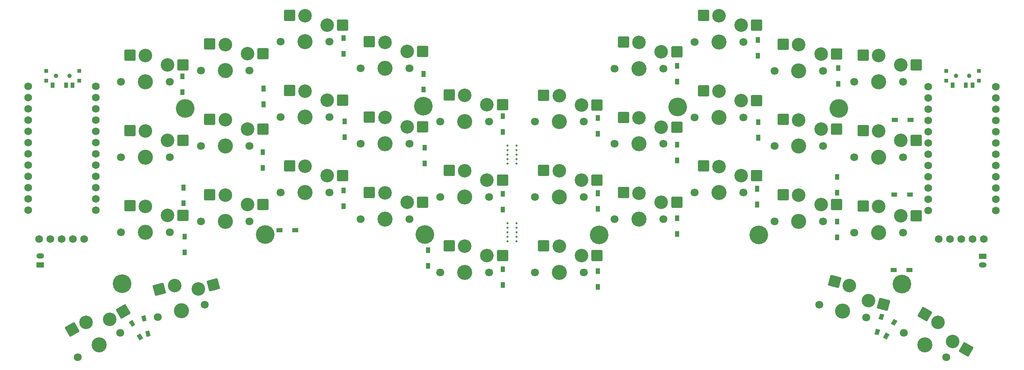
<source format=gbr>
%TF.GenerationSoftware,KiCad,Pcbnew,7.0.6*%
%TF.CreationDate,2024-11-05T18:23:53-06:00*%
%TF.ProjectId,main,6d61696e-2e6b-4696-9361-645f70636258,rev?*%
%TF.SameCoordinates,Original*%
%TF.FileFunction,Soldermask,Bot*%
%TF.FilePolarity,Negative*%
%FSLAX46Y46*%
G04 Gerber Fmt 4.6, Leading zero omitted, Abs format (unit mm)*
G04 Created by KiCad (PCBNEW 7.0.6) date 2024-11-05 18:23:53*
%MOMM*%
%LPD*%
G01*
G04 APERTURE LIST*
G04 Aperture macros list*
%AMRoundRect*
0 Rectangle with rounded corners*
0 $1 Rounding radius*
0 $2 $3 $4 $5 $6 $7 $8 $9 X,Y pos of 4 corners*
0 Add a 4 corners polygon primitive as box body*
4,1,4,$2,$3,$4,$5,$6,$7,$8,$9,$2,$3,0*
0 Add four circle primitives for the rounded corners*
1,1,$1+$1,$2,$3*
1,1,$1+$1,$4,$5*
1,1,$1+$1,$6,$7*
1,1,$1+$1,$8,$9*
0 Add four rect primitives between the rounded corners*
20,1,$1+$1,$2,$3,$4,$5,0*
20,1,$1+$1,$4,$5,$6,$7,0*
20,1,$1+$1,$6,$7,$8,$9,0*
20,1,$1+$1,$8,$9,$2,$3,0*%
G04 Aperture macros list end*
%ADD10C,0.100000*%
%ADD11C,1.800000*%
%ADD12C,3.050000*%
%ADD13C,3.400000*%
%ADD14RoundRect,0.250000X-1.025000X-1.000000X1.025000X-1.000000X1.025000X1.000000X-1.025000X1.000000X0*%
%ADD15C,4.200000*%
%ADD16C,1.752600*%
%ADD17C,0.500000*%
%ADD18RoundRect,0.250000X-0.625000X0.350000X-0.625000X-0.350000X0.625000X-0.350000X0.625000X0.350000X0*%
%ADD19O,1.750000X1.200000*%
%ADD20RoundRect,0.250000X-1.387676X-0.353525X0.387676X-1.378525X1.387676X0.353525X-0.387676X1.378525X0*%
%ADD21RoundRect,0.250000X-0.731255X-1.231215X1.248893X-0.700636X0.731255X1.231215X-1.248893X0.700636X0*%
%ADD22RoundRect,0.250000X0.625000X-0.350000X0.625000X0.350000X-0.625000X0.350000X-0.625000X-0.350000X0*%
%ADD23RoundRect,0.250000X-0.387676X-1.378525X1.387676X-0.353525X0.387676X1.378525X-1.387676X0.353525X0*%
%ADD24RoundRect,0.250000X-1.248893X-0.700636X0.731255X-1.231215X1.248893X0.700636X-0.731255X1.231215X0*%
%ADD25C,1.000000*%
%ADD26R,0.900000X0.900000*%
%ADD27R,0.900000X1.250000*%
G04 APERTURE END LIST*
%TO.C,D19*%
D10*
X72758496Y-39970000D02*
X71908496Y-39970000D01*
X71908496Y-38770000D01*
X72758496Y-38770000D01*
X72758496Y-39970000D01*
G36*
X72758496Y-39970000D02*
G01*
X71908496Y-39970000D01*
X71908496Y-38770000D01*
X72758496Y-38770000D01*
X72758496Y-39970000D01*
G37*
X72758496Y-36420000D02*
X71908496Y-36420000D01*
X71908496Y-35220000D01*
X72758496Y-35220000D01*
X72758496Y-36420000D01*
G36*
X72758496Y-36420000D02*
G01*
X71908496Y-36420000D01*
X71908496Y-35220000D01*
X72758496Y-35220000D01*
X72758496Y-36420000D01*
G37*
%TO.C,D21*%
X108883000Y-36662000D02*
X108033000Y-36662000D01*
X108033000Y-35462000D01*
X108883000Y-35462000D01*
X108883000Y-36662000D01*
G36*
X108883000Y-36662000D02*
G01*
X108033000Y-36662000D01*
X108033000Y-35462000D01*
X108883000Y-35462000D01*
X108883000Y-36662000D01*
G37*
X108883000Y-33112000D02*
X108033000Y-33112000D01*
X108033000Y-31912000D01*
X108883000Y-31912000D01*
X108883000Y-33112000D01*
G36*
X108883000Y-33112000D02*
G01*
X108033000Y-33112000D01*
X108033000Y-31912000D01*
X108883000Y-31912000D01*
X108883000Y-33112000D01*
G37*
%TO.C,D26*%
X109080496Y-53336750D02*
X108230496Y-53336750D01*
X108230496Y-52136750D01*
X109080496Y-52136750D01*
X109080496Y-53336750D01*
G36*
X109080496Y-53336750D02*
G01*
X108230496Y-53336750D01*
X108230496Y-52136750D01*
X109080496Y-52136750D01*
X109080496Y-53336750D01*
G37*
X109080496Y-49786750D02*
X108230496Y-49786750D01*
X108230496Y-48586750D01*
X109080496Y-48586750D01*
X109080496Y-49786750D01*
G36*
X109080496Y-49786750D02*
G01*
X108230496Y-49786750D01*
X108230496Y-48586750D01*
X109080496Y-48586750D01*
X109080496Y-49786750D01*
G37*
%TO.C,D33*%
X45187057Y-92176060D02*
X44450935Y-92601060D01*
X43850935Y-91561830D01*
X44587057Y-91136830D01*
X45187057Y-92176060D01*
G36*
X45187057Y-92176060D02*
G01*
X44450935Y-92601060D01*
X43850935Y-91561830D01*
X44587057Y-91136830D01*
X45187057Y-92176060D01*
G37*
X43412057Y-89101670D02*
X42675935Y-89526670D01*
X42075935Y-88487440D01*
X42812057Y-88062440D01*
X43412057Y-89101670D01*
G36*
X43412057Y-89101670D02*
G01*
X42675935Y-89526670D01*
X42075935Y-88487440D01*
X42812057Y-88062440D01*
X43412057Y-89101670D01*
G37*
%TO.C,D10*%
X215106961Y-60192565D02*
X213906961Y-60192565D01*
X213906961Y-59342565D01*
X215106961Y-59342565D01*
X215106961Y-60192565D01*
G36*
X215106961Y-60192565D02*
G01*
X213906961Y-60192565D01*
X213906961Y-59342565D01*
X215106961Y-59342565D01*
X215106961Y-60192565D01*
G37*
X218656961Y-60192565D02*
X217456961Y-60192565D01*
X217456961Y-59342565D01*
X218656961Y-59342565D01*
X218656961Y-60192565D01*
G36*
X218656961Y-60192565D02*
G01*
X217456961Y-60192565D01*
X217456961Y-59342565D01*
X218656961Y-59342565D01*
X218656961Y-60192565D01*
G37*
%TO.C,D24*%
X72631496Y-54352750D02*
X71781496Y-54352750D01*
X71781496Y-53152750D01*
X72631496Y-53152750D01*
X72631496Y-54352750D01*
G36*
X72631496Y-54352750D02*
G01*
X71781496Y-54352750D01*
X71781496Y-53152750D01*
X72631496Y-53152750D01*
X72631496Y-54352750D01*
G37*
X72631496Y-50802750D02*
X71781496Y-50802750D01*
X71781496Y-49602750D01*
X72631496Y-49602750D01*
X72631496Y-50802750D01*
G36*
X72631496Y-50802750D02*
G01*
X71781496Y-50802750D01*
X71781496Y-49602750D01*
X72631496Y-49602750D01*
X72631496Y-50802750D01*
G37*
%TO.C,D23*%
X54781000Y-62319000D02*
X53931000Y-62319000D01*
X53931000Y-61119000D01*
X54781000Y-61119000D01*
X54781000Y-62319000D01*
G36*
X54781000Y-62319000D02*
G01*
X53931000Y-62319000D01*
X53931000Y-61119000D01*
X54781000Y-61119000D01*
X54781000Y-62319000D01*
G37*
X54781000Y-58769000D02*
X53931000Y-58769000D01*
X53931000Y-57569000D01*
X54781000Y-57569000D01*
X54781000Y-58769000D01*
G36*
X54781000Y-58769000D02*
G01*
X53931000Y-58769000D01*
X53931000Y-57569000D01*
X54781000Y-57569000D01*
X54781000Y-58769000D01*
G37*
%TO.C,D18*%
X54470496Y-37207750D02*
X53620496Y-37207750D01*
X53620496Y-36007750D01*
X54470496Y-36007750D01*
X54470496Y-37207750D01*
G36*
X54470496Y-37207750D02*
G01*
X53620496Y-37207750D01*
X53620496Y-36007750D01*
X54470496Y-36007750D01*
X54470496Y-37207750D01*
G37*
X54470496Y-33657750D02*
X53620496Y-33657750D01*
X53620496Y-32457750D01*
X54470496Y-32457750D01*
X54470496Y-33657750D01*
G36*
X54470496Y-33657750D02*
G01*
X53620496Y-33657750D01*
X53620496Y-32457750D01*
X54470496Y-32457750D01*
X54470496Y-33657750D01*
G37*
%TO.C,D1*%
X148126961Y-46648565D02*
X147276961Y-46648565D01*
X147276961Y-45448565D01*
X148126961Y-45448565D01*
X148126961Y-46648565D01*
G36*
X148126961Y-46648565D02*
G01*
X147276961Y-46648565D01*
X147276961Y-45448565D01*
X148126961Y-45448565D01*
X148126961Y-46648565D01*
G37*
X148126961Y-43098565D02*
X147276961Y-43098565D01*
X147276961Y-41898565D01*
X148126961Y-41898565D01*
X148126961Y-43098565D01*
G36*
X148126961Y-43098565D02*
G01*
X147276961Y-43098565D01*
X147276961Y-41898565D01*
X148126961Y-41898565D01*
X148126961Y-43098565D01*
G37*
%TO.C,D5*%
X215233961Y-43301565D02*
X214033961Y-43301565D01*
X214033961Y-42451565D01*
X215233961Y-42451565D01*
X215233961Y-43301565D01*
G36*
X215233961Y-43301565D02*
G01*
X214033961Y-43301565D01*
X214033961Y-42451565D01*
X215233961Y-42451565D01*
X215233961Y-43301565D01*
G37*
X218783961Y-43301565D02*
X217583961Y-43301565D01*
X217583961Y-42451565D01*
X218783961Y-42451565D01*
X218783961Y-43301565D01*
G36*
X218783961Y-43301565D02*
G01*
X217583961Y-43301565D01*
X217583961Y-42451565D01*
X218783961Y-42451565D01*
X218783961Y-43301565D01*
G37*
%TO.C,D15*%
X214979961Y-77210565D02*
X213779961Y-77210565D01*
X213779961Y-76360565D01*
X214979961Y-76360565D01*
X214979961Y-77210565D01*
G36*
X214979961Y-77210565D02*
G01*
X213779961Y-77210565D01*
X213779961Y-76360565D01*
X214979961Y-76360565D01*
X214979961Y-77210565D01*
G37*
X218529961Y-77210565D02*
X217329961Y-77210565D01*
X217329961Y-76360565D01*
X218529961Y-76360565D01*
X218529961Y-77210565D01*
G36*
X218529961Y-77210565D02*
G01*
X217329961Y-77210565D01*
X217329961Y-76360565D01*
X218529961Y-76360565D01*
X218529961Y-77210565D01*
G37*
%TO.C,D9*%
X202101000Y-59906000D02*
X201251000Y-59906000D01*
X201251000Y-58706000D01*
X202101000Y-58706000D01*
X202101000Y-59906000D01*
G36*
X202101000Y-59906000D02*
G01*
X201251000Y-59906000D01*
X201251000Y-58706000D01*
X202101000Y-58706000D01*
X202101000Y-59906000D01*
G37*
X202101000Y-56356000D02*
X201251000Y-56356000D01*
X201251000Y-55156000D01*
X202101000Y-55156000D01*
X202101000Y-56356000D01*
G36*
X202101000Y-56356000D02*
G01*
X201251000Y-56356000D01*
X201251000Y-55156000D01*
X202101000Y-55156000D01*
X202101000Y-56356000D01*
G37*
%TO.C,D25*%
X91046496Y-47367750D02*
X90196496Y-47367750D01*
X90196496Y-46167750D01*
X91046496Y-46167750D01*
X91046496Y-47367750D01*
G36*
X91046496Y-47367750D02*
G01*
X90196496Y-47367750D01*
X90196496Y-46167750D01*
X91046496Y-46167750D01*
X91046496Y-47367750D01*
G37*
X91046496Y-43817750D02*
X90196496Y-43817750D01*
X90196496Y-42617750D01*
X91046496Y-42617750D01*
X91046496Y-43817750D01*
G36*
X91046496Y-43817750D02*
G01*
X90196496Y-43817750D01*
X90196496Y-42617750D01*
X91046496Y-42617750D01*
X91046496Y-43817750D01*
G37*
%TO.C,D22*%
X126733496Y-46224750D02*
X125883496Y-46224750D01*
X125883496Y-45024750D01*
X126733496Y-45024750D01*
X126733496Y-46224750D01*
G36*
X126733496Y-46224750D02*
G01*
X125883496Y-46224750D01*
X125883496Y-45024750D01*
X126733496Y-45024750D01*
X126733496Y-46224750D01*
G37*
X126733496Y-42674750D02*
X125883496Y-42674750D01*
X125883496Y-41474750D01*
X126733496Y-41474750D01*
X126733496Y-42674750D01*
G36*
X126733496Y-42674750D02*
G01*
X125883496Y-42674750D01*
X125883496Y-41474750D01*
X126733496Y-41474750D01*
X126733496Y-42674750D01*
G37*
%TO.C,D4*%
X202355961Y-35345565D02*
X201505961Y-35345565D01*
X201505961Y-34145565D01*
X202355961Y-34145565D01*
X202355961Y-35345565D01*
G36*
X202355961Y-35345565D02*
G01*
X201505961Y-35345565D01*
X201505961Y-34145565D01*
X202355961Y-34145565D01*
X202355961Y-35345565D01*
G37*
X202355961Y-31795565D02*
X201505961Y-31795565D01*
X201505961Y-30595565D01*
X202355961Y-30595565D01*
X202355961Y-31795565D01*
G36*
X202355961Y-31795565D02*
G01*
X201505961Y-31795565D01*
X201505961Y-30595565D01*
X202355961Y-30595565D01*
X202355961Y-31795565D01*
G37*
%TO.C,D27*%
X126733496Y-63750750D02*
X125883496Y-63750750D01*
X125883496Y-62550750D01*
X126733496Y-62550750D01*
X126733496Y-63750750D01*
G36*
X126733496Y-63750750D02*
G01*
X125883496Y-63750750D01*
X125883496Y-62550750D01*
X126733496Y-62550750D01*
X126733496Y-63750750D01*
G37*
X126733496Y-60200750D02*
X125883496Y-60200750D01*
X125883496Y-59000750D01*
X126733496Y-59000750D01*
X126733496Y-60200750D01*
G36*
X126733496Y-60200750D02*
G01*
X125883496Y-60200750D01*
X125883496Y-59000750D01*
X126733496Y-59000750D01*
X126733496Y-60200750D01*
G37*
%TO.C,D32*%
X126733496Y-80768750D02*
X125883496Y-80768750D01*
X125883496Y-79568750D01*
X126733496Y-79568750D01*
X126733496Y-80768750D01*
G36*
X126733496Y-80768750D02*
G01*
X125883496Y-80768750D01*
X125883496Y-79568750D01*
X126733496Y-79568750D01*
X126733496Y-80768750D01*
G37*
X126733496Y-77218750D02*
X125883496Y-77218750D01*
X125883496Y-76018750D01*
X126733496Y-76018750D01*
X126733496Y-77218750D01*
G36*
X126733496Y-77218750D02*
G01*
X125883496Y-77218750D01*
X125883496Y-76018750D01*
X126733496Y-76018750D01*
X126733496Y-77218750D01*
G37*
%TO.C,D17*%
X213395522Y-91350645D02*
X212795522Y-92389875D01*
X212059400Y-91964875D01*
X212659400Y-90925645D01*
X213395522Y-91350645D01*
G36*
X213395522Y-91350645D02*
G01*
X212795522Y-92389875D01*
X212059400Y-91964875D01*
X212659400Y-90925645D01*
X213395522Y-91350645D01*
G37*
X215170522Y-88276255D02*
X214570522Y-89315485D01*
X213834400Y-88890485D01*
X214434400Y-87851255D01*
X215170522Y-88276255D01*
G36*
X215170522Y-88276255D02*
G01*
X214570522Y-89315485D01*
X213834400Y-88890485D01*
X214434400Y-87851255D01*
X215170522Y-88276255D01*
G37*
%TO.C,D11*%
X148126961Y-81192565D02*
X147276961Y-81192565D01*
X147276961Y-79992565D01*
X148126961Y-79992565D01*
X148126961Y-81192565D01*
G36*
X148126961Y-81192565D02*
G01*
X147276961Y-81192565D01*
X147276961Y-79992565D01*
X148126961Y-79992565D01*
X148126961Y-81192565D01*
G37*
X148126961Y-77642565D02*
X147276961Y-77642565D01*
X147276961Y-76442565D01*
X148126961Y-76442565D01*
X148126961Y-77642565D01*
G36*
X148126961Y-77642565D02*
G01*
X147276961Y-77642565D01*
X147276961Y-76442565D01*
X148126961Y-76442565D01*
X148126961Y-77642565D01*
G37*
%TO.C,D29*%
X80102000Y-68243000D02*
X78902000Y-68243000D01*
X78902000Y-67393000D01*
X80102000Y-67393000D01*
X80102000Y-68243000D01*
G36*
X80102000Y-68243000D02*
G01*
X78902000Y-68243000D01*
X78902000Y-67393000D01*
X80102000Y-67393000D01*
X80102000Y-68243000D01*
G37*
X76552000Y-68243000D02*
X75352000Y-68243000D01*
X75352000Y-67393000D01*
X76552000Y-67393000D01*
X76552000Y-68243000D01*
G36*
X76552000Y-68243000D02*
G01*
X75352000Y-68243000D01*
X75352000Y-67393000D01*
X76552000Y-67393000D01*
X76552000Y-68243000D01*
G37*
%TO.C,D2*%
X166033961Y-34837565D02*
X165183961Y-34837565D01*
X165183961Y-33637565D01*
X166033961Y-33637565D01*
X166033961Y-34837565D01*
G36*
X166033961Y-34837565D02*
G01*
X165183961Y-34837565D01*
X165183961Y-33637565D01*
X166033961Y-33637565D01*
X166033961Y-34837565D01*
G37*
X166033961Y-31287565D02*
X165183961Y-31287565D01*
X165183961Y-30087565D01*
X166033961Y-30087565D01*
X166033961Y-31287565D01*
G36*
X166033961Y-31287565D02*
G01*
X165183961Y-31287565D01*
X165183961Y-30087565D01*
X166033961Y-30087565D01*
X166033961Y-31287565D01*
G37*
%TO.C,D8*%
X184321961Y-47517565D02*
X183471961Y-47517565D01*
X183471961Y-46317565D01*
X184321961Y-46317565D01*
X184321961Y-47517565D01*
G36*
X184321961Y-47517565D02*
G01*
X183471961Y-47517565D01*
X183471961Y-46317565D01*
X184321961Y-46317565D01*
X184321961Y-47517565D01*
G37*
X184321961Y-43967565D02*
X183471961Y-43967565D01*
X183471961Y-42767565D01*
X184321961Y-42767565D01*
X184321961Y-43967565D01*
G36*
X184321961Y-43967565D02*
G01*
X183471961Y-43967565D01*
X183471961Y-42767565D01*
X184321961Y-42767565D01*
X184321961Y-43967565D01*
G37*
%TO.C,D16*%
X211260270Y-90270624D02*
X210949687Y-91429735D01*
X210128650Y-91209739D01*
X210439233Y-90050628D01*
X211260270Y-90270624D01*
G36*
X211260270Y-90270624D02*
G01*
X210949687Y-91429735D01*
X210128650Y-91209739D01*
X210439233Y-90050628D01*
X211260270Y-90270624D01*
G37*
X212179078Y-86841587D02*
X211868495Y-88000698D01*
X211047458Y-87780702D01*
X211358041Y-86621591D01*
X212179078Y-86841587D01*
G36*
X212179078Y-86841587D02*
G01*
X211868495Y-88000698D01*
X211047458Y-87780702D01*
X211358041Y-86621591D01*
X212179078Y-86841587D01*
G37*
%TO.C,D34*%
X46872214Y-91592076D02*
X46051177Y-91812072D01*
X45740594Y-90652961D01*
X46561631Y-90432965D01*
X46872214Y-91592076D01*
G36*
X46872214Y-91592076D02*
G01*
X46051177Y-91812072D01*
X45740594Y-90652961D01*
X46561631Y-90432965D01*
X46872214Y-91592076D01*
G37*
X45953406Y-88163039D02*
X45132369Y-88383035D01*
X44821786Y-87223924D01*
X45642823Y-87003928D01*
X45953406Y-88163039D01*
G36*
X45953406Y-88163039D02*
G01*
X45132369Y-88383035D01*
X44821786Y-87223924D01*
X45642823Y-87003928D01*
X45953406Y-88163039D01*
G37*
%TO.C,D20*%
X90792496Y-28571750D02*
X89942496Y-28571750D01*
X89942496Y-27371750D01*
X90792496Y-27371750D01*
X90792496Y-28571750D01*
G36*
X90792496Y-28571750D02*
G01*
X89942496Y-28571750D01*
X89942496Y-27371750D01*
X90792496Y-27371750D01*
X90792496Y-28571750D01*
G37*
X90792496Y-25021750D02*
X89942496Y-25021750D01*
X89942496Y-23821750D01*
X90792496Y-23821750D01*
X90792496Y-25021750D01*
G36*
X90792496Y-25021750D02*
G01*
X89942496Y-25021750D01*
X89942496Y-23821750D01*
X90792496Y-23821750D01*
X90792496Y-25021750D01*
G37*
%TO.C,D3*%
X184194961Y-28995565D02*
X183344961Y-28995565D01*
X183344961Y-27795565D01*
X184194961Y-27795565D01*
X184194961Y-28995565D01*
G36*
X184194961Y-28995565D02*
G01*
X183344961Y-28995565D01*
X183344961Y-27795565D01*
X184194961Y-27795565D01*
X184194961Y-28995565D01*
G37*
X184194961Y-25445565D02*
X183344961Y-25445565D01*
X183344961Y-24245565D01*
X184194961Y-24245565D01*
X184194961Y-25445565D01*
G36*
X184194961Y-25445565D02*
G01*
X183344961Y-25445565D01*
X183344961Y-24245565D01*
X184194961Y-24245565D01*
X184194961Y-25445565D01*
G37*
%TO.C,D14*%
X202101961Y-70016565D02*
X201251961Y-70016565D01*
X201251961Y-68816565D01*
X202101961Y-68816565D01*
X202101961Y-70016565D01*
G36*
X202101961Y-70016565D02*
G01*
X201251961Y-70016565D01*
X201251961Y-68816565D01*
X202101961Y-68816565D01*
X202101961Y-70016565D01*
G37*
X202101961Y-66466565D02*
X201251961Y-66466565D01*
X201251961Y-65266565D01*
X202101961Y-65266565D01*
X202101961Y-66466565D01*
G36*
X202101961Y-66466565D02*
G01*
X201251961Y-66466565D01*
X201251961Y-65266565D01*
X202101961Y-65266565D01*
X202101961Y-66466565D01*
G37*
%TO.C,D30*%
X90792496Y-62988750D02*
X89942496Y-62988750D01*
X89942496Y-61788750D01*
X90792496Y-61788750D01*
X90792496Y-62988750D01*
G36*
X90792496Y-62988750D02*
G01*
X89942496Y-62988750D01*
X89942496Y-61788750D01*
X90792496Y-61788750D01*
X90792496Y-62988750D01*
G37*
X90792496Y-59438750D02*
X89942496Y-59438750D01*
X89942496Y-58238750D01*
X90792496Y-58238750D01*
X90792496Y-59438750D01*
G36*
X90792496Y-59438750D02*
G01*
X89942496Y-59438750D01*
X89942496Y-58238750D01*
X90792496Y-58238750D01*
X90792496Y-59438750D01*
G37*
%TO.C,D13*%
X184067000Y-62576000D02*
X183217000Y-62576000D01*
X183217000Y-61376000D01*
X184067000Y-61376000D01*
X184067000Y-62576000D01*
G36*
X184067000Y-62576000D02*
G01*
X183217000Y-62576000D01*
X183217000Y-61376000D01*
X184067000Y-61376000D01*
X184067000Y-62576000D01*
G37*
X184067000Y-59026000D02*
X183217000Y-59026000D01*
X183217000Y-57826000D01*
X184067000Y-57826000D01*
X184067000Y-59026000D01*
G36*
X184067000Y-59026000D02*
G01*
X183217000Y-59026000D01*
X183217000Y-57826000D01*
X184067000Y-57826000D01*
X184067000Y-59026000D01*
G37*
%TO.C,D12*%
X166033961Y-69254565D02*
X165183961Y-69254565D01*
X165183961Y-68054565D01*
X166033961Y-68054565D01*
X166033961Y-69254565D01*
G36*
X166033961Y-69254565D02*
G01*
X165183961Y-69254565D01*
X165183961Y-68054565D01*
X166033961Y-68054565D01*
X166033961Y-69254565D01*
G37*
X166033961Y-65704565D02*
X165183961Y-65704565D01*
X165183961Y-64504565D01*
X166033961Y-64504565D01*
X166033961Y-65704565D01*
G36*
X166033961Y-65704565D02*
G01*
X165183961Y-65704565D01*
X165183961Y-64504565D01*
X166033961Y-64504565D01*
X166033961Y-65704565D01*
G37*
%TO.C,D28*%
X54978496Y-73402750D02*
X54128496Y-73402750D01*
X54128496Y-72202750D01*
X54978496Y-72202750D01*
X54978496Y-73402750D01*
G36*
X54978496Y-73402750D02*
G01*
X54128496Y-73402750D01*
X54128496Y-72202750D01*
X54978496Y-72202750D01*
X54978496Y-73402750D01*
G37*
X54978496Y-69852750D02*
X54128496Y-69852750D01*
X54128496Y-68652750D01*
X54978496Y-68652750D01*
X54978496Y-69852750D01*
G36*
X54978496Y-69852750D02*
G01*
X54128496Y-69852750D01*
X54128496Y-68652750D01*
X54978496Y-68652750D01*
X54978496Y-69852750D01*
G37*
%TO.C,D7*%
X166033961Y-52617565D02*
X165183961Y-52617565D01*
X165183961Y-51417565D01*
X166033961Y-51417565D01*
X166033961Y-52617565D01*
G36*
X166033961Y-52617565D02*
G01*
X165183961Y-52617565D01*
X165183961Y-51417565D01*
X166033961Y-51417565D01*
X166033961Y-52617565D01*
G37*
X166033961Y-49067565D02*
X165183961Y-49067565D01*
X165183961Y-47867565D01*
X166033961Y-47867565D01*
X166033961Y-49067565D01*
G36*
X166033961Y-49067565D02*
G01*
X165183961Y-49067565D01*
X165183961Y-47867565D01*
X166033961Y-47867565D01*
X166033961Y-49067565D01*
G37*
%TO.C,D31*%
X109842496Y-76450750D02*
X108992496Y-76450750D01*
X108992496Y-75250750D01*
X109842496Y-75250750D01*
X109842496Y-76450750D01*
G36*
X109842496Y-76450750D02*
G01*
X108992496Y-76450750D01*
X108992496Y-75250750D01*
X109842496Y-75250750D01*
X109842496Y-76450750D01*
G37*
X109842496Y-72900750D02*
X108992496Y-72900750D01*
X108992496Y-71700750D01*
X109842496Y-71700750D01*
X109842496Y-72900750D01*
G36*
X109842496Y-72900750D02*
G01*
X108992496Y-72900750D01*
X108992496Y-71700750D01*
X109842496Y-71700750D01*
X109842496Y-72900750D01*
G37*
%TO.C,D6*%
X148126000Y-63589000D02*
X147276000Y-63589000D01*
X147276000Y-62389000D01*
X148126000Y-62389000D01*
X148126000Y-63589000D01*
G36*
X148126000Y-63589000D02*
G01*
X147276000Y-63589000D01*
X147276000Y-62389000D01*
X148126000Y-62389000D01*
X148126000Y-63589000D01*
G37*
X148126000Y-60039000D02*
X147276000Y-60039000D01*
X147276000Y-58839000D01*
X148126000Y-58839000D01*
X148126000Y-60039000D01*
G36*
X148126000Y-60039000D02*
G01*
X147276000Y-60039000D01*
X147276000Y-58839000D01*
X148126000Y-58839000D01*
X148126000Y-60039000D01*
G37*
%TD*%
D11*
%TO.C,SW6*%
X133541961Y-60346064D03*
D12*
X139041961Y-54446064D03*
D13*
X139041961Y-60346064D03*
D12*
X144041961Y-56546064D03*
D11*
X144541961Y-60346064D03*
D14*
X135541961Y-54346064D03*
X147541961Y-56546064D03*
%TD*%
D11*
%TO.C,SW19*%
X58257249Y-31813724D03*
D12*
X63757249Y-25913724D03*
D13*
X63757249Y-31813724D03*
D12*
X68757249Y-28013724D03*
D11*
X69257249Y-31813724D03*
D14*
X60257249Y-25813724D03*
X72257249Y-28013724D03*
%TD*%
D11*
%TO.C,SW12*%
X151541964Y-65346069D03*
D12*
X157041964Y-59446069D03*
D13*
X157041964Y-65346069D03*
D12*
X162041964Y-61546069D03*
D11*
X162541964Y-65346069D03*
D14*
X153541964Y-59346069D03*
X165541964Y-61546069D03*
%TD*%
D11*
%TO.C,SW27*%
X112256252Y-60314218D03*
D12*
X117756252Y-54414218D03*
D13*
X117756252Y-60314218D03*
D12*
X122756252Y-56514218D03*
D11*
X123256252Y-60314218D03*
D14*
X114256252Y-54314218D03*
X126256252Y-56514218D03*
%TD*%
D15*
%TO.C,H4*%
X184041963Y-68845564D03*
%TD*%
D11*
%TO.C,SW25*%
X76256250Y-42313719D03*
D12*
X81756250Y-36413719D03*
D13*
X81756250Y-42313719D03*
D12*
X86756250Y-38513719D03*
D11*
X87256250Y-42313719D03*
D14*
X78256250Y-36313719D03*
X90256250Y-38513719D03*
%TD*%
D16*
%TO.C,Display1*%
X224580161Y-69844478D03*
X227120161Y-69844478D03*
X229660161Y-69844478D03*
X232200161Y-69844478D03*
X234740161Y-69844478D03*
%TD*%
D11*
%TO.C,SW26*%
X94256249Y-48314217D03*
D12*
X99756249Y-42414217D03*
D13*
X99756249Y-48314217D03*
D12*
X104756249Y-44514217D03*
D11*
X105256249Y-48314217D03*
D14*
X96256249Y-42314217D03*
X108256249Y-44514217D03*
%TD*%
D17*
%TO.C,mouse-bite-2mm-slot*%
X127381000Y-48768000D03*
X127381000Y-49784000D03*
X127381000Y-50800000D03*
X127381000Y-51816000D03*
X127381000Y-52832000D03*
X129413000Y-48768000D03*
X129413000Y-49784000D03*
X129413000Y-50800000D03*
X129413000Y-51816000D03*
X129413000Y-52832000D03*
%TD*%
D11*
%TO.C,SW10*%
X205541963Y-51345570D03*
D12*
X211041963Y-45445570D03*
D13*
X211041963Y-51345570D03*
D12*
X216041963Y-47545570D03*
D11*
X216541963Y-51345570D03*
D14*
X207541963Y-45345570D03*
X219541963Y-47545570D03*
%TD*%
D11*
%TO.C,SW14*%
X187540961Y-65845566D03*
D12*
X193040961Y-59945566D03*
D13*
X193040961Y-65845566D03*
D12*
X198040961Y-62045566D03*
D11*
X198540961Y-65845566D03*
D14*
X189540961Y-59845566D03*
X201540961Y-62045566D03*
%TD*%
D11*
%TO.C,SW22*%
X112256254Y-43314221D03*
D12*
X117756254Y-37414221D03*
D13*
X117756254Y-43314221D03*
D12*
X122756254Y-39514221D03*
D11*
X123256254Y-43314221D03*
D14*
X114256254Y-37314221D03*
X126256254Y-39514221D03*
%TD*%
D11*
%TO.C,SW31*%
X94256249Y-65314223D03*
D12*
X99756249Y-59414223D03*
D13*
X99756249Y-65314223D03*
D12*
X104756249Y-61514223D03*
D11*
X105256249Y-65314223D03*
D14*
X96256249Y-59314223D03*
X108256249Y-61514223D03*
%TD*%
D11*
%TO.C,SW32*%
X112256250Y-77314221D03*
D12*
X117756250Y-71414221D03*
D13*
X117756250Y-77314221D03*
D12*
X122756250Y-73514221D03*
D11*
X123256250Y-77314221D03*
D14*
X114256250Y-71314221D03*
X126256250Y-73514221D03*
%TD*%
D18*
%TO.C,J1*%
X234479000Y-73676000D03*
D19*
X234479000Y-75676000D03*
%TD*%
D15*
%TO.C,H3*%
X202040962Y-40345569D03*
%TD*%
D11*
%TO.C,SW20*%
X76256253Y-25313722D03*
D12*
X81756253Y-19413722D03*
D13*
X81756253Y-25313722D03*
D12*
X86756253Y-21513722D03*
D11*
X87256253Y-25313722D03*
D14*
X78256253Y-19313722D03*
X90256253Y-21513722D03*
%TD*%
D11*
%TO.C,SW23*%
X40256250Y-51313724D03*
D12*
X45756250Y-45413724D03*
D13*
X45756250Y-51313724D03*
D12*
X50756250Y-47513724D03*
D11*
X51256250Y-51313724D03*
D14*
X42256250Y-45313724D03*
X54256250Y-47513724D03*
%TD*%
D11*
%TO.C,SW7*%
X151541964Y-48346063D03*
D12*
X157041964Y-42446063D03*
D13*
X157041964Y-48346063D03*
D12*
X162041964Y-44546063D03*
D11*
X162541964Y-48346063D03*
D14*
X153541964Y-42346063D03*
X165541964Y-44546063D03*
%TD*%
D11*
%TO.C,SW17*%
X216715787Y-90974187D03*
D12*
X224428927Y-88614637D03*
D13*
X221478927Y-93724187D03*
D12*
X227709054Y-92933290D03*
D11*
X226242067Y-96474187D03*
D20*
X221447838Y-86778035D03*
X230740143Y-94683290D03*
%TD*%
D11*
%TO.C,SW34*%
X48544617Y-87436926D03*
D12*
X52330177Y-80314459D03*
D13*
X53857209Y-86013421D03*
D12*
X57703326Y-81048808D03*
D11*
X59169801Y-84589916D03*
D21*
X48923554Y-81123733D03*
X61084066Y-80142941D03*
%TD*%
D11*
%TO.C,SW8*%
X169541963Y-42345565D03*
D12*
X175041963Y-36445565D03*
D13*
X175041963Y-42345565D03*
D12*
X180041963Y-38545565D03*
D11*
X180541963Y-42345565D03*
D14*
X171541963Y-36345565D03*
X183541963Y-38545565D03*
%TD*%
D11*
%TO.C,SW18*%
X40256250Y-34313721D03*
D12*
X45756250Y-28413721D03*
D13*
X45756250Y-34313721D03*
D12*
X50756250Y-30513721D03*
D11*
X51256250Y-34313721D03*
D14*
X42256250Y-28313721D03*
X54256250Y-30513721D03*
%TD*%
D11*
%TO.C,SW13*%
X169541963Y-59345566D03*
D12*
X175041963Y-53445566D03*
D13*
X175041963Y-59345566D03*
D12*
X180041963Y-55545566D03*
D11*
X180541963Y-59345566D03*
D14*
X171541963Y-53345566D03*
X183541963Y-55545566D03*
%TD*%
D11*
%TO.C,SW15*%
X205541966Y-68345564D03*
D12*
X211041966Y-62445564D03*
D13*
X211041966Y-68345564D03*
D12*
X216041966Y-64545564D03*
D11*
X216541966Y-68345564D03*
D14*
X207541966Y-62345564D03*
X219541966Y-64545564D03*
%TD*%
D11*
%TO.C,SW29*%
X58257252Y-65813720D03*
D12*
X63757252Y-59913720D03*
D13*
X63757252Y-65813720D03*
D12*
X68757252Y-62013720D03*
D11*
X69257252Y-65813720D03*
D14*
X60257252Y-59813720D03*
X72257252Y-62013720D03*
%TD*%
D11*
%TO.C,SW9*%
X187540961Y-48845565D03*
D12*
X193040961Y-42945565D03*
D13*
X193040961Y-48845565D03*
D12*
X198040961Y-45045565D03*
D11*
X198540961Y-48845565D03*
D14*
X189540961Y-42845565D03*
X201540961Y-45045565D03*
%TD*%
D11*
%TO.C,SW5*%
X205541963Y-34345567D03*
D12*
X211041963Y-28445567D03*
D13*
X211041963Y-34345567D03*
D12*
X216041963Y-30545567D03*
D11*
X216541963Y-34345567D03*
D14*
X207541963Y-28345567D03*
X219541963Y-30545567D03*
%TD*%
D15*
%TO.C,H4*%
X216323118Y-79955998D03*
%TD*%
D22*
%TO.C,J2*%
X22088000Y-75664000D03*
D19*
X22088000Y-73664000D03*
%TD*%
D11*
%TO.C,SW11*%
X133541963Y-77346067D03*
D12*
X139041963Y-71446067D03*
D13*
X139041963Y-77346067D03*
D12*
X144041963Y-73546067D03*
D11*
X144541963Y-77346067D03*
D14*
X135541963Y-71346067D03*
X147541963Y-73546067D03*
%TD*%
D11*
%TO.C,SW21*%
X94256251Y-31314222D03*
D12*
X99756251Y-25414222D03*
D13*
X99756251Y-31314222D03*
D12*
X104756251Y-27514222D03*
D11*
X105256251Y-31314222D03*
D14*
X96256251Y-25314222D03*
X108256251Y-27514222D03*
%TD*%
D11*
%TO.C,SW33*%
X30556146Y-96442341D03*
D12*
X32369286Y-88582791D03*
D13*
X35319286Y-93692341D03*
D12*
X37749413Y-87901444D03*
D11*
X40082426Y-90942341D03*
D23*
X29288197Y-90246189D03*
X40780502Y-86151444D03*
%TD*%
D15*
%TO.C,H1*%
X165735000Y-40005000D03*
%TD*%
D17*
%TO.C,mouse-bite-2mm-slot*%
X127381000Y-66230500D03*
X127381000Y-67246500D03*
X127381000Y-68262500D03*
X127381000Y-69278500D03*
X127381000Y-70294500D03*
X129413000Y-66230500D03*
X129413000Y-67246500D03*
X129413000Y-68262500D03*
X129413000Y-69278500D03*
X129413000Y-70294500D03*
%TD*%
D11*
%TO.C,SW24*%
X58257252Y-48813719D03*
D12*
X63757252Y-42913719D03*
D13*
X63757252Y-48813719D03*
D12*
X68757252Y-45013719D03*
D11*
X69257252Y-48813719D03*
D14*
X60257252Y-42813719D03*
X72257252Y-45013719D03*
%TD*%
D16*
%TO.C,Display2*%
X21787496Y-69801663D03*
X24327496Y-69801663D03*
X26867496Y-69801663D03*
X29407496Y-69801663D03*
X31947496Y-69801663D03*
%TD*%
D11*
%TO.C,SW4*%
X187540964Y-31845570D03*
D12*
X193040964Y-25945570D03*
D13*
X193040964Y-31845570D03*
D12*
X198040964Y-28045570D03*
D11*
X198540964Y-31845570D03*
D14*
X189540964Y-25845570D03*
X201540964Y-28045570D03*
%TD*%
D11*
%TO.C,SW2*%
X151541962Y-31346068D03*
D12*
X157041962Y-25446068D03*
D13*
X157041962Y-31346068D03*
D12*
X162041962Y-27546068D03*
D11*
X162541962Y-31346068D03*
D14*
X153541962Y-25346068D03*
X165541962Y-27546068D03*
%TD*%
D11*
%TO.C,SW30*%
X76256250Y-59313720D03*
D12*
X81756250Y-53413720D03*
D13*
X81756250Y-59313720D03*
D12*
X86756250Y-55513720D03*
D11*
X87256250Y-59313720D03*
D14*
X78256250Y-53313720D03*
X90256250Y-55513720D03*
%TD*%
D15*
%TO.C,H2*%
X148041963Y-68846065D03*
%TD*%
D11*
%TO.C,SW16*%
X197628412Y-84621762D03*
D12*
X204468036Y-80346305D03*
D13*
X202941004Y-86045267D03*
D12*
X208754146Y-83668844D03*
D11*
X208253596Y-87468772D03*
D24*
X201113178Y-79343845D03*
X212134886Y-84574711D03*
%TD*%
D11*
%TO.C,SW3*%
X169541960Y-25345568D03*
D12*
X175041960Y-19445568D03*
D13*
X175041960Y-25345568D03*
D12*
X180041960Y-21545568D03*
D11*
X180541960Y-25345568D03*
D14*
X171541960Y-19345568D03*
X183541960Y-21545568D03*
%TD*%
D11*
%TO.C,SW28*%
X40256247Y-68313718D03*
D12*
X45756247Y-62413718D03*
D13*
X45756247Y-68313718D03*
D12*
X50756247Y-64513718D03*
D11*
X51256247Y-68313718D03*
D14*
X42256247Y-62313718D03*
X54256247Y-64513718D03*
%TD*%
D11*
%TO.C,SW1*%
X133541959Y-43346067D03*
D12*
X139041959Y-37446067D03*
D13*
X139041959Y-43346067D03*
D12*
X144041959Y-39546067D03*
D11*
X144541959Y-43346067D03*
D14*
X135541959Y-37346067D03*
X147541959Y-39546067D03*
%TD*%
D15*
%TO.C,H2*%
X108756250Y-68814219D03*
%TD*%
D25*
%TO.C,SW_POWER1*%
X28627200Y-33017713D03*
X25627200Y-33017713D03*
D26*
X30827200Y-34117713D03*
X30827200Y-31917713D03*
X23427200Y-34117713D03*
X23427200Y-31917713D03*
D27*
X24877200Y-35092713D03*
X27877200Y-35092713D03*
X29377200Y-35092713D03*
%TD*%
D15*
%TO.C,H4*%
X40475095Y-79924152D03*
%TD*%
%TO.C,H1*%
X108458000Y-39878000D03*
%TD*%
D16*
%TO.C,U2*%
X34611222Y-35395299D03*
X34611222Y-37935299D03*
X34611222Y-40475299D03*
X34611222Y-43015299D03*
X34611222Y-45555299D03*
X34611222Y-48095299D03*
X34611222Y-50635299D03*
X34611222Y-53175299D03*
X34611222Y-55715299D03*
X34611222Y-58255299D03*
X34611222Y-60795299D03*
X34611222Y-63335299D03*
X19371222Y-63335299D03*
X19371222Y-60795299D03*
X19371222Y-58255299D03*
X19371222Y-55715299D03*
X19371222Y-53175299D03*
X19371222Y-50635299D03*
X19371222Y-48095299D03*
X19371222Y-45555299D03*
X19371222Y-43015299D03*
X19371222Y-40475299D03*
X19371222Y-37935299D03*
X19371222Y-35395299D03*
%TD*%
D15*
%TO.C,H3*%
X54757251Y-40313723D03*
%TD*%
%TO.C,H4*%
X72756250Y-68813718D03*
%TD*%
D25*
%TO.C,SW_POWER0*%
X231446200Y-33017713D03*
X228446200Y-33017713D03*
D26*
X233646200Y-34117713D03*
X233646200Y-31917713D03*
X226246200Y-34117713D03*
X226246200Y-31917713D03*
D27*
X227696200Y-35092713D03*
X230696200Y-35092713D03*
X232196200Y-35092713D03*
%TD*%
D16*
%TO.C,U1*%
X237426991Y-35427145D03*
X237426991Y-37967145D03*
X237426991Y-40507145D03*
X237426991Y-43047145D03*
X237426991Y-45587145D03*
X237426991Y-48127145D03*
X237426991Y-50667145D03*
X237426991Y-53207145D03*
X237426991Y-55747145D03*
X237426991Y-58287145D03*
X237426991Y-60827145D03*
X237426991Y-63367145D03*
X222186991Y-63367145D03*
X222186991Y-60827145D03*
X222186991Y-58287145D03*
X222186991Y-55747145D03*
X222186991Y-53207145D03*
X222186991Y-50667145D03*
X222186991Y-48127145D03*
X222186991Y-45587145D03*
X222186991Y-43047145D03*
X222186991Y-40507145D03*
X222186991Y-37967145D03*
X222186991Y-35427145D03*
%TD*%
M02*

</source>
